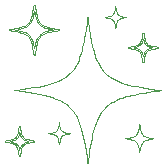
<source format=gbr>
%TF.GenerationSoftware,KiCad,Pcbnew,9.0.2*%
%TF.CreationDate,2025-07-18T16:21:06+05:30*%
%TF.ProjectId,xiao-pcb,7869616f-2d70-4636-922e-6b696361645f,rev?*%
%TF.SameCoordinates,Original*%
%TF.FileFunction,Legend,Bot*%
%TF.FilePolarity,Positive*%
%FSLAX46Y46*%
G04 Gerber Fmt 4.6, Leading zero omitted, Abs format (unit mm)*
G04 Created by KiCad (PCBNEW 9.0.2) date 2025-07-18 16:21:06*
%MOMM*%
%LPD*%
G01*
G04 APERTURE LIST*
%ADD10C,0.100000*%
G04 APERTURE END LIST*
D10*
X60096546Y-94971107D02*
X60222117Y-94950512D01*
X63298966Y-92758641D02*
X63418794Y-92643025D01*
X66126210Y-94643082D02*
X66088421Y-94775813D01*
X67819696Y-91316126D02*
X68016828Y-91287426D01*
X58855291Y-95003499D02*
X58939780Y-95026650D01*
X59425890Y-86194431D02*
X59436967Y-86174884D01*
X56022893Y-96251899D02*
X55983830Y-96121370D01*
X66467922Y-86436879D02*
X66458092Y-86464038D01*
X59354411Y-95576781D02*
X59382154Y-95741828D01*
X55996618Y-94386474D02*
X55985179Y-94432025D01*
X66595764Y-86558230D02*
X66578984Y-86460134D01*
X57478215Y-87544205D02*
X57511288Y-87392372D01*
X63808064Y-85222611D02*
X63853784Y-85245475D01*
X58647043Y-85973780D02*
X58514571Y-85944180D01*
X59680686Y-95112852D02*
X59739088Y-95077971D01*
X66512825Y-86918986D02*
X66520338Y-86908885D01*
X66461381Y-95017186D02*
X66432329Y-94976603D01*
X63636083Y-85164925D02*
X63756852Y-85201739D01*
X59436967Y-86134779D02*
X59425890Y-86115228D01*
X59763570Y-94800348D02*
X59720355Y-94777380D01*
X56938823Y-86916173D02*
X56983177Y-87009435D01*
X65605179Y-87553098D02*
X65361841Y-87589590D01*
X66693647Y-95195663D02*
X66645862Y-95172017D01*
X67435241Y-87764546D02*
X67586721Y-87741212D01*
X65715146Y-87785087D02*
X65830626Y-87811067D01*
X67101241Y-87841486D02*
X67194923Y-87813866D01*
X60653652Y-89454515D02*
X60558005Y-89580437D01*
X66647006Y-88041230D02*
X66609568Y-88120034D01*
X66885855Y-87520476D02*
X66936719Y-87548488D01*
X64295992Y-84702474D02*
X64258796Y-84596342D01*
X57399977Y-84995202D02*
X57434186Y-85124252D01*
X66729629Y-95508890D02*
X66849713Y-95468466D01*
X66339653Y-95939634D02*
X66367299Y-95865186D01*
X61443602Y-87410464D02*
X61387043Y-87657492D01*
X55526180Y-95666578D02*
X55394552Y-95627482D01*
X63364811Y-89877470D02*
X63248748Y-89762365D01*
X66264213Y-94472163D02*
X66233533Y-94282063D01*
X59079043Y-90584799D02*
X58836733Y-90669201D01*
X56897933Y-86634195D02*
X56844177Y-86579018D01*
X65289339Y-87612297D02*
X65271715Y-87632671D01*
X56336850Y-95979832D02*
X56381172Y-95929830D01*
X55763861Y-86143499D02*
X56099894Y-86073827D01*
X66895648Y-95262523D02*
X66751479Y-95218700D01*
X66189232Y-87986292D02*
X66233074Y-88036168D01*
X56920030Y-85424652D02*
X56877123Y-85494302D01*
X57688248Y-86669915D02*
X57619119Y-86764273D01*
X66683118Y-87336084D02*
X66712809Y-87372459D01*
X55849579Y-95873319D02*
X55814512Y-95835195D01*
X66492811Y-95054052D02*
X66461381Y-95017186D01*
X56721577Y-86480182D02*
X56651961Y-86436070D01*
X56245953Y-95883011D02*
X56208090Y-95936640D01*
X57283459Y-84029458D02*
X57261879Y-84042382D01*
X56998434Y-85261157D02*
X56959460Y-85349056D01*
X56627595Y-85888298D02*
X56706288Y-85840668D01*
X56582015Y-85766807D02*
X56501193Y-85808849D01*
X63590795Y-85034514D02*
X63445105Y-85061816D01*
X61266783Y-88109900D02*
X61202579Y-88316511D01*
X55795456Y-86006163D02*
X55456604Y-86060228D01*
X58627988Y-94908245D02*
X58486626Y-94933845D01*
X66526696Y-86912048D02*
X66529375Y-86929734D01*
X64227298Y-84455464D02*
X64178805Y-84170070D01*
X65964356Y-95017616D02*
X65931470Y-95055859D01*
X56706288Y-85840668D02*
X56796277Y-85774314D01*
X61825206Y-97478860D02*
X61840354Y-97389801D01*
X56296218Y-95159301D02*
X56272910Y-95113949D01*
X65756274Y-95534933D02*
X65834421Y-95579823D01*
X64799018Y-85146312D02*
X64905276Y-85125870D01*
X66215393Y-96552020D02*
X66219447Y-96531164D01*
X57629603Y-85562319D02*
X57698130Y-85652543D01*
X56785520Y-86527756D02*
X56721577Y-86480182D01*
X56643651Y-86581353D02*
X56714076Y-86633832D01*
X55991536Y-96797065D02*
X56001569Y-96823235D01*
X65067414Y-85100309D02*
X65082572Y-85095969D01*
X56098323Y-96835868D02*
X56105281Y-96818691D01*
X66380649Y-94882756D02*
X66336350Y-94769444D01*
X65532369Y-91701868D02*
X65752722Y-91652822D01*
X56785439Y-91116419D02*
X56320456Y-91185771D01*
X65279564Y-87699984D02*
X65293219Y-87708924D01*
X67406910Y-91372093D02*
X67819696Y-91316126D01*
X64223929Y-90442535D02*
X64059547Y-90361791D01*
X57340579Y-84721144D02*
X57367559Y-84855935D01*
X57307422Y-87728865D02*
X57299291Y-87698487D01*
X59478265Y-92151300D02*
X59593901Y-92209449D01*
X64176251Y-86036940D02*
X64197237Y-85898750D01*
X57299291Y-87698487D02*
X57276144Y-87588524D01*
X61381750Y-94885982D02*
X61455381Y-95208706D01*
X57033664Y-86825469D02*
X56992291Y-86757194D01*
X59264245Y-95280764D02*
X59285695Y-95328320D01*
X63857586Y-84939802D02*
X63814059Y-84962702D01*
X57306062Y-88282571D02*
X57331767Y-88278526D01*
X67383398Y-87544527D02*
X67210300Y-87507454D01*
X66849713Y-95468466D02*
X66996212Y-95432197D01*
X58836733Y-90669201D02*
X58572623Y-90749409D01*
X56114302Y-96780260D02*
X56136208Y-96650976D01*
X66703334Y-87080642D02*
X66664034Y-86940905D01*
X66489971Y-88907481D02*
X66504241Y-88911522D01*
X56321490Y-95200119D02*
X56296218Y-95159301D01*
X56093531Y-86231468D02*
X55844506Y-86180730D01*
X58889366Y-94855796D02*
X58811214Y-94874824D01*
X55701729Y-86155273D02*
X55763861Y-86143499D01*
X64125056Y-85717092D02*
X64147927Y-85836613D01*
X57158020Y-87657512D02*
X57215042Y-88018631D01*
X61803916Y-97362372D02*
X61816587Y-97447457D01*
X60703318Y-93185311D02*
X60763654Y-93278565D01*
X57779953Y-86758244D02*
X57841270Y-86689407D01*
X55243378Y-86087630D02*
X55220611Y-86093889D01*
X56390500Y-86452746D02*
X56482344Y-86491724D01*
X57293268Y-95639059D02*
X57304514Y-95619677D01*
X56544403Y-85930990D02*
X56627595Y-85888298D01*
X66064191Y-95878754D02*
X66093942Y-95962539D01*
X64937064Y-91859706D02*
X65125021Y-91805132D01*
X59454613Y-95551846D02*
X59493040Y-95403922D01*
X61524973Y-95554463D02*
X61592261Y-95937841D01*
X65125021Y-91805132D02*
X65323296Y-91752579D01*
X66490848Y-87011123D02*
X66506678Y-86941087D01*
X66689873Y-87972362D02*
X66647006Y-88041230D01*
X55688503Y-95739451D02*
X55638754Y-95712941D01*
X57450610Y-87127730D02*
X57405983Y-87279100D01*
X55983830Y-96121370D02*
X55937375Y-96009697D01*
X56021343Y-94949974D02*
X56045544Y-94862604D01*
X55744291Y-95949562D02*
X55780486Y-95996528D01*
X55554544Y-95385131D02*
X55477054Y-95414946D01*
X56453375Y-85969817D02*
X56544403Y-85930990D01*
X62619918Y-88782011D02*
X62559895Y-88636424D01*
X61130683Y-94045707D02*
X61219996Y-94305513D01*
X57158418Y-84651332D02*
X57129481Y-84802593D01*
X66458092Y-86464038D02*
X66435191Y-86602862D01*
X59076945Y-94782787D02*
X59021651Y-94810333D01*
X66589926Y-95580938D02*
X66631798Y-95555125D01*
X66363602Y-87320341D02*
X66403291Y-87249259D01*
X60301785Y-94928621D02*
X60128353Y-94899957D01*
X64422592Y-85301742D02*
X64456242Y-85274506D01*
X66996212Y-95432197D02*
X67173289Y-95398427D01*
X55968807Y-96661092D02*
X55991536Y-96797065D01*
X60821866Y-93375646D02*
X60932213Y-93581804D01*
X56777631Y-85617301D02*
X56719421Y-85671417D01*
X66739018Y-87912240D02*
X66689873Y-87972362D01*
X62235883Y-87547580D02*
X62139018Y-87091214D01*
X59399657Y-93995947D02*
X59397987Y-94014895D01*
X56330545Y-95796685D02*
X56286806Y-95836293D01*
X64135179Y-92169066D02*
X64278775Y-92101738D01*
X57572626Y-85139955D02*
X57539056Y-85026541D01*
X56959460Y-85349056D02*
X56920030Y-85424652D01*
X56778325Y-86692639D02*
X56836878Y-86758689D01*
X66484754Y-88286389D02*
X66459356Y-88205202D01*
X66031660Y-95806252D02*
X66064191Y-95878754D01*
X66561549Y-88896577D02*
X66570365Y-88881454D01*
X66486242Y-95671646D02*
X66517669Y-95638992D01*
X61868727Y-97185285D02*
X61927102Y-96758309D01*
X63894481Y-85270589D02*
X63930622Y-85298213D01*
X57338416Y-84032044D02*
X57311420Y-84026127D01*
X56727136Y-95754438D02*
X56838706Y-95728955D01*
X66664034Y-86940905D02*
X66628370Y-86767574D01*
X60932213Y-93581804D02*
X61034954Y-93804815D01*
X64402107Y-84865299D02*
X64370674Y-84830159D01*
X60830769Y-89178263D02*
X60744490Y-89320663D01*
X55811233Y-95366956D02*
X55847131Y-95328565D01*
X61869605Y-85388706D02*
X61826425Y-85090122D01*
X64317992Y-84748992D02*
X64295992Y-84702474D01*
X66628370Y-86767574D02*
X66595764Y-86558230D01*
X64117883Y-84505592D02*
X64096592Y-84595696D01*
X55220611Y-86093889D02*
X55198934Y-86109804D01*
X57388698Y-88098729D02*
X57447104Y-87711879D01*
X66212727Y-94146176D02*
X66190908Y-94289581D01*
X65705805Y-95205483D02*
X65645428Y-95228596D01*
X67054696Y-87596822D02*
X67201417Y-87638434D01*
X54801108Y-95582990D02*
X54800000Y-95600000D01*
X66107243Y-87773362D02*
X66036787Y-87742069D01*
X55152794Y-95491078D02*
X55007366Y-95514293D01*
X65580276Y-87760562D02*
X65715146Y-87785087D01*
X60575975Y-93009767D02*
X60640783Y-93095754D01*
X65341072Y-87723323D02*
X65423955Y-87736821D01*
X59890950Y-95018825D02*
X59986507Y-94993742D01*
X61303487Y-94585261D02*
X61381750Y-94885982D01*
X66559483Y-86421581D02*
X66540386Y-86407095D01*
X61986144Y-96359295D02*
X62046233Y-95986940D01*
X55630928Y-95490271D02*
X55681971Y-95463530D01*
X66795068Y-87454110D02*
X66838992Y-87489193D01*
X56208090Y-95936640D02*
X56173318Y-95996983D01*
X65962471Y-87714701D02*
X65884692Y-87691390D01*
X56348904Y-95236786D02*
X56321490Y-95200119D01*
X64391863Y-85332280D02*
X64422592Y-85301742D01*
X66215608Y-87305685D02*
X66318045Y-87383264D01*
X66645862Y-95172017D02*
X66563515Y-95118168D01*
X57546842Y-87255383D02*
X57585395Y-87132242D01*
X56311255Y-85883547D02*
X56200513Y-85916972D01*
X63487731Y-85132956D02*
X63636083Y-85164925D01*
X56632976Y-95415736D02*
X56524407Y-95371282D01*
X62450062Y-94239573D02*
X62528135Y-94017297D01*
X66158325Y-87799568D02*
X66107243Y-87773362D01*
X66751479Y-95218700D02*
X66693647Y-95195663D01*
X56160737Y-95176768D02*
X56189926Y-95232226D01*
X55871258Y-95012136D02*
X55840413Y-95094643D01*
X66726269Y-91094056D02*
X66316463Y-91024968D01*
X66658760Y-87298467D02*
X66683118Y-87336084D01*
X55207305Y-86205800D02*
X55241656Y-86215823D01*
X59401948Y-95876147D02*
X59422727Y-95733226D01*
X56110777Y-94387696D02*
X56099455Y-94365126D01*
X57514249Y-85350765D02*
X57568457Y-85461900D01*
X64078016Y-85531224D02*
X64100406Y-85608839D01*
X55489731Y-95789080D02*
X55551949Y-95813454D01*
X58257432Y-86305878D02*
X58167746Y-86337844D01*
X59397987Y-94014895D02*
X59370433Y-94198586D01*
X56947176Y-86693511D02*
X56897933Y-86634195D01*
X55814883Y-91254693D02*
X55682415Y-91273981D01*
X57261879Y-84042382D02*
X57253662Y-84063150D01*
X57279639Y-95649860D02*
X57293268Y-95639059D01*
X55881583Y-95914949D02*
X55849579Y-95873319D01*
X68016828Y-91287426D02*
X67994600Y-91281738D01*
X54832342Y-95548800D02*
X54815451Y-95558145D01*
X66210832Y-96547378D02*
X66213301Y-96553340D01*
X59079670Y-95085391D02*
X59118383Y-95109342D01*
X67050970Y-87722695D02*
X66990365Y-87745818D01*
X63488016Y-89986091D02*
X63364811Y-89877470D01*
X54805851Y-95627325D02*
X54823978Y-95647740D01*
X66459356Y-88205202D02*
X66429232Y-88125444D01*
X66518533Y-88413290D02*
X66512024Y-88400030D01*
X64256613Y-85605084D02*
X64293793Y-85494680D01*
X65423955Y-87736821D02*
X65580276Y-87760562D01*
X59185488Y-95166317D02*
X59214401Y-95200182D01*
X66724528Y-87138669D02*
X66703334Y-87080642D01*
X65265936Y-87659474D02*
X65267068Y-87675820D01*
X59227940Y-92040597D02*
X59356390Y-92095046D01*
X63991111Y-85362031D02*
X64016394Y-85398745D01*
X66367299Y-95865186D02*
X66397311Y-95801010D01*
X62304668Y-94738008D02*
X62375700Y-94479375D01*
X58799787Y-91887173D02*
X58949974Y-91936751D01*
X57125257Y-95680538D02*
X57252959Y-95658925D01*
X65748901Y-87660916D02*
X65861428Y-87631893D01*
X55841749Y-96110585D02*
X55867714Y-96178992D01*
X56113466Y-96137023D02*
X56088591Y-96216324D01*
X64758943Y-91916476D02*
X64937064Y-91859706D01*
X60744490Y-89320663D02*
X60653652Y-89454515D01*
X55910767Y-95960328D02*
X55881583Y-95914949D01*
X59268143Y-94574727D02*
X59239338Y-94627566D01*
X56078591Y-96849555D02*
X56098323Y-96835868D01*
X56051974Y-94851905D02*
X56056379Y-94858621D01*
X55176344Y-86153436D02*
X55180952Y-86174530D01*
X65361841Y-87589590D02*
X65319237Y-87598041D01*
X66318340Y-87938032D02*
X66278157Y-87896194D01*
X63270287Y-85094810D02*
X63274080Y-85097750D01*
X56727136Y-95754438D02*
X56748923Y-95616703D01*
X62139018Y-87091214D02*
X62046266Y-86581812D01*
X64017788Y-84783967D02*
X63992319Y-84821424D01*
X57601765Y-90974846D02*
X57211865Y-91046242D01*
X58872576Y-86162173D02*
X58596531Y-86216790D01*
X66435603Y-88717555D02*
X66452711Y-88823548D01*
X64225009Y-85738811D02*
X64256613Y-85605084D01*
X63999010Y-92239477D02*
X64135179Y-92169066D01*
X64456242Y-85274506D02*
X64493031Y-85250211D01*
X66540386Y-86407095D02*
X66521303Y-86402239D01*
X59863825Y-94839930D02*
X59763570Y-94800348D01*
X63747028Y-92390252D02*
X63869787Y-92313146D01*
X62046233Y-95986940D02*
X62107749Y-95639938D01*
X67595108Y-87578703D02*
X67383398Y-87544527D01*
X57183765Y-87191580D02*
X57131865Y-87037746D01*
X66011650Y-87870079D02*
X66081312Y-87904453D01*
X64016394Y-85398745D02*
X64038994Y-85439008D01*
X65550190Y-95460465D02*
X65662592Y-95495530D01*
X57447104Y-87711879D02*
X57478215Y-87544205D01*
X63139462Y-89640473D02*
X63036591Y-89511492D01*
X64164979Y-85948033D02*
X64176251Y-86036940D01*
X67305449Y-87788492D02*
X67435241Y-87764546D01*
X59512464Y-90399657D02*
X59303902Y-90495169D01*
X65928774Y-87839174D02*
X66011650Y-87870079D01*
X55909518Y-95241136D02*
X55936469Y-95191649D01*
X59239338Y-94627566D02*
X59206396Y-94674237D01*
X67586721Y-87741212D02*
X67717940Y-87719416D01*
X58167746Y-86337844D02*
X58086451Y-86371517D01*
X66480818Y-86421411D02*
X66467922Y-86436879D01*
X58397189Y-85913161D02*
X58292384Y-85880112D01*
X66197629Y-87824314D02*
X66158325Y-87799568D01*
X56654487Y-85721125D02*
X56582015Y-85766807D01*
X57215042Y-84291037D02*
X57158418Y-84651332D01*
X57257134Y-95540671D02*
X57152148Y-95522778D01*
X66348583Y-87974433D02*
X66318340Y-87938032D01*
X66213301Y-96553340D02*
X66215393Y-96552020D01*
X57841204Y-85619923D02*
X57786657Y-85559943D01*
X66435608Y-87175781D02*
X66465976Y-87092878D01*
X61387043Y-87657492D02*
X61328187Y-87890433D01*
X66396920Y-88054473D02*
X66373304Y-88011284D01*
X56136208Y-96650976D02*
X56159802Y-96501045D01*
X66992645Y-87573760D02*
X67054696Y-87596822D01*
X65271229Y-87689136D02*
X65279564Y-87699984D01*
X65415882Y-95428585D02*
X65550190Y-95460465D01*
X56078175Y-85948294D02*
X55943426Y-85977896D01*
X59593901Y-92209449D02*
X59786507Y-92317874D01*
X59092580Y-91987862D02*
X59227940Y-92040597D01*
X64370674Y-84830159D02*
X64342761Y-84791472D01*
X60215232Y-92628862D02*
X60292522Y-92698935D01*
X55456604Y-86060228D02*
X55243378Y-86087630D01*
X66093942Y-95962539D02*
X66121265Y-96058711D01*
X58797115Y-86002570D02*
X58647043Y-85973780D01*
X64397640Y-90518611D02*
X64223929Y-90442535D01*
X66082419Y-87413860D02*
X66027575Y-87441524D01*
X56651961Y-86436070D02*
X56576288Y-86395196D01*
X67774181Y-87660017D02*
X67770220Y-87639461D01*
X57619119Y-86764273D02*
X57556753Y-86871343D01*
X55007366Y-95514293D02*
X54894707Y-95532483D01*
X57061056Y-87229570D02*
X57095543Y-87358271D01*
X57786657Y-85559943D02*
X57736500Y-85492985D01*
X58012368Y-86407517D02*
X57944318Y-86446468D01*
X56381172Y-95929830D02*
X56430879Y-95885417D01*
X60051928Y-90071281D02*
X59885322Y-90188368D01*
X65645428Y-95228596D02*
X65506005Y-95269732D01*
X66570365Y-88881454D02*
X66585088Y-88827969D01*
X67759212Y-87699724D02*
X67770514Y-87680426D01*
X66435191Y-86602862D02*
X66399545Y-86823206D01*
X56035517Y-96851033D02*
X56057150Y-96854628D01*
X57690377Y-85418279D02*
X57647929Y-85335052D01*
X65082572Y-85095969D02*
X65084968Y-85092748D01*
X59370447Y-86093203D02*
X59160111Y-86060157D01*
X66405477Y-94931921D02*
X66380649Y-94882756D01*
X66512024Y-88400030D02*
X66502888Y-88361650D01*
X58959319Y-94834484D02*
X58889366Y-94855796D01*
X55840413Y-95094643D02*
X55805995Y-95164120D01*
X57944318Y-86446468D02*
X57881120Y-86488992D01*
X66517669Y-95638992D02*
X66552057Y-95608825D01*
X56272910Y-95113949D02*
X56231463Y-95008111D01*
X66432329Y-94976603D02*
X66405477Y-94931921D01*
X59517861Y-94536396D02*
X59482817Y-94435038D01*
X58774009Y-86128983D02*
X58892476Y-86152238D01*
X64774503Y-90657973D02*
X64581043Y-90590323D01*
X61927102Y-96758309D02*
X61986144Y-96359295D01*
X57374253Y-84120504D02*
X57357103Y-84046862D01*
X59315665Y-94448324D02*
X59293392Y-94515165D01*
X56937283Y-95489176D02*
X56767414Y-95454265D01*
X63992319Y-84821424D02*
X63963890Y-84855502D01*
X66336350Y-94769444D02*
X66298011Y-94633602D01*
X64363837Y-85366482D02*
X64391863Y-85332280D01*
X55125894Y-95703795D02*
X55345197Y-95747312D01*
X67072195Y-87466580D02*
X67015132Y-87444434D01*
X66521974Y-88912124D02*
X66537962Y-88910523D01*
X62107749Y-95639938D02*
X62171073Y-95316985D01*
X66520338Y-86908885D02*
X66526696Y-86912048D01*
X67194923Y-87813866D02*
X67305449Y-87788492D01*
X65611438Y-90885095D02*
X65307437Y-90812567D01*
X55983032Y-95080006D02*
X56021343Y-94949974D01*
X56310038Y-86423645D02*
X56390500Y-86452746D01*
X60508819Y-92927220D02*
X60575975Y-93009767D01*
X56378641Y-95269687D02*
X56348904Y-95236786D01*
X64590175Y-91975620D02*
X64758943Y-91916476D01*
X57360811Y-88251505D02*
X57369189Y-88221360D01*
X66846534Y-87990746D02*
X66897051Y-87945981D01*
X67201417Y-87679868D02*
X67050970Y-87722695D01*
X57019095Y-85508703D02*
X57079095Y-85395550D01*
X58280112Y-90826824D02*
X57957170Y-90901838D01*
X59125780Y-94751292D02*
X59076945Y-94782787D01*
X64038994Y-85439008D02*
X64078016Y-85531224D01*
X66647064Y-88451556D02*
X66672352Y-88340110D01*
X57585395Y-87132242D02*
X57627464Y-87021953D01*
X61804140Y-85202129D02*
X61750020Y-85605655D01*
X67770514Y-87680426D02*
X67774181Y-87660017D01*
X66634545Y-87252503D02*
X66658760Y-87298467D01*
X57129481Y-84802593D02*
X57099492Y-84937230D01*
X56566567Y-86534288D02*
X56643651Y-86581353D01*
X58054897Y-85921922D02*
X58199275Y-85981854D01*
X66954727Y-87906727D02*
X67021984Y-87872168D01*
X54823978Y-95647740D02*
X54855241Y-95661848D01*
X56110806Y-95053008D02*
X56134290Y-95116902D01*
X65895072Y-95091043D02*
X65854735Y-95123381D01*
X57180287Y-85127948D02*
X57222345Y-84972040D01*
X66753022Y-87414698D02*
X66795068Y-87454110D01*
X66313875Y-96026217D02*
X66339653Y-95939634D01*
X56494170Y-86357332D02*
X56405221Y-86322253D01*
X57308760Y-84568815D02*
X57340579Y-84721144D01*
X60912741Y-89026701D02*
X60830769Y-89178263D01*
X65029923Y-90737150D02*
X64774503Y-90657973D01*
X57252959Y-95658925D02*
X57279639Y-95649860D01*
X56088591Y-96216324D02*
X56067221Y-96301550D01*
X55973341Y-94507591D02*
X55949572Y-94664326D01*
X58895472Y-86157405D02*
X58872576Y-86162173D01*
X57023761Y-87113596D02*
X57061056Y-87229570D01*
X56449528Y-95477357D02*
X56519626Y-95511688D01*
X58498791Y-94938591D02*
X58534081Y-94943962D01*
X56015205Y-96838717D02*
X56035517Y-96851033D01*
X57736500Y-85492985D02*
X57690377Y-85418279D01*
X62445448Y-88316387D02*
X62390804Y-88140989D01*
X55879816Y-95286700D02*
X55909518Y-95241136D01*
X66310946Y-87146126D02*
X66282645Y-87206102D01*
X55776139Y-95800337D02*
X55734217Y-95768503D01*
X62236586Y-95016776D02*
X62304668Y-94738008D01*
X59586325Y-94659104D02*
X59560969Y-94621813D01*
X56255660Y-95328396D02*
X56291769Y-95368347D01*
X59285695Y-95328320D02*
X59322951Y-95440064D01*
X66795288Y-87859675D02*
X66739018Y-87912240D01*
X56264718Y-96100210D02*
X56298350Y-96035690D01*
X57079095Y-85395550D02*
X57132681Y-85268876D01*
X63904129Y-90276078D02*
X63757311Y-90185092D01*
X64992639Y-95358925D02*
X65068804Y-95369777D01*
X66251011Y-87259072D02*
X66215608Y-87305685D01*
X64533177Y-85228495D02*
X64624414Y-85191359D01*
X63248748Y-89762365D02*
X63139462Y-89640473D01*
X55747754Y-86294091D02*
X56010111Y-86343896D01*
X67745087Y-87608533D02*
X67719431Y-87599499D01*
X58197646Y-85844424D02*
X58110462Y-85805489D01*
X55936469Y-95191649D02*
X55960897Y-95138014D01*
X60222117Y-94950512D02*
X60304394Y-94936334D01*
X57331493Y-87633327D02*
X57311700Y-87736373D01*
X64430280Y-92037315D02*
X64590175Y-91975620D01*
X61613899Y-86502821D02*
X61550834Y-86871679D01*
X61202579Y-88316511D02*
X61135324Y-88510881D01*
X66521303Y-86402239D02*
X66501644Y-86407011D01*
X67015132Y-87444434D02*
X66965459Y-87420997D01*
X56329747Y-95402366D02*
X56382890Y-95439142D01*
X66282645Y-87206102D02*
X66251011Y-87259072D01*
X56820607Y-95600672D02*
X56748923Y-95616703D01*
X60128353Y-94899957D02*
X59984590Y-94872535D01*
X59153569Y-95136177D02*
X59185488Y-95166317D01*
X57881120Y-86488992D02*
X57821596Y-86535710D01*
X57211865Y-91046242D02*
X56785439Y-91116419D01*
X58939780Y-95026650D02*
X59037172Y-95063905D01*
X57129481Y-84802593D02*
X57273095Y-84735273D01*
X65068804Y-95369777D02*
X65256482Y-95398739D01*
X62286131Y-87757060D02*
X62235883Y-87547580D01*
X58328712Y-86416062D02*
X58415831Y-86390049D01*
X56511313Y-95692057D02*
X56412721Y-95741186D01*
X66412046Y-88567386D02*
X66435603Y-88717555D01*
X56067221Y-96301550D02*
X56052535Y-96367625D01*
X56001569Y-96823235D02*
X56015205Y-96838717D01*
X57821596Y-86535710D02*
X57764566Y-86587244D01*
X66081312Y-87904453D02*
X66139820Y-87942967D01*
X57243336Y-88199316D02*
X57253662Y-88246519D01*
X60351274Y-89810949D02*
X60206861Y-89945693D01*
X58949974Y-91936751D02*
X59092580Y-91987862D01*
X63095805Y-92978651D02*
X63183350Y-92878469D01*
X57764566Y-86587244D02*
X57688248Y-86669915D01*
X66599993Y-88734239D02*
X66623196Y-88582174D01*
X66021308Y-94931090D02*
X65994160Y-94976098D01*
X65900221Y-95631352D02*
X65956858Y-95690672D01*
X66985276Y-91434126D02*
X67406910Y-91372093D01*
X58486626Y-94933845D02*
X58498791Y-94938591D01*
X61550834Y-86871679D02*
X61498115Y-87148731D01*
X56090501Y-94985467D02*
X56110806Y-95053008D01*
X55758781Y-91306565D02*
X56269254Y-91376762D01*
X55912552Y-96341847D02*
X55932322Y-96437609D01*
X67745378Y-87710376D02*
X67759212Y-87699724D01*
X56057150Y-96854628D02*
X56078591Y-96849555D01*
X59382154Y-95741828D02*
X59401948Y-95876147D01*
X65752722Y-91652822D02*
X66229196Y-91559020D01*
X64258796Y-84596342D02*
X64227298Y-84455464D01*
X55932322Y-96437609D02*
X55968807Y-96661092D01*
X60367166Y-92771933D02*
X60439241Y-92847985D01*
X56052687Y-94340871D02*
X56031764Y-94348837D01*
X57127704Y-87500614D02*
X57158020Y-87657512D01*
X55767284Y-95222777D02*
X55723557Y-95272823D01*
X66271529Y-88092988D02*
X66305428Y-88159212D01*
X55847131Y-95328565D02*
X55879816Y-95286700D01*
X67717940Y-87719416D02*
X67745378Y-87710376D01*
X57466538Y-85228393D02*
X57514249Y-85350765D01*
X57720679Y-91616818D02*
X58116520Y-91702377D01*
X67994600Y-91281738D02*
X67924141Y-91269938D01*
X59303902Y-90495169D02*
X59079043Y-90584799D01*
X56045544Y-94862604D02*
X56051974Y-94851905D01*
X63962676Y-85328607D02*
X63991111Y-85362031D01*
X56221640Y-95282896D02*
X56255660Y-95328396D01*
X63853784Y-85245475D02*
X63894481Y-85270589D01*
X57957170Y-90901838D02*
X57601765Y-90974846D01*
X64905276Y-85125870D02*
X65008804Y-85110068D01*
X62681952Y-88918612D02*
X62619918Y-88782011D01*
X67401336Y-95356880D02*
X67286543Y-95338191D01*
X57568457Y-85461900D02*
X57629603Y-85562319D01*
X66289465Y-96126799D02*
X66313875Y-96026217D01*
X55960897Y-95138014D02*
X55983032Y-95080006D01*
X66397311Y-95801010D02*
X66430191Y-95745242D01*
X57539056Y-85026541D02*
X57507728Y-84901523D01*
X64624414Y-85191359D02*
X64701555Y-85168954D01*
X66160180Y-94481799D02*
X66126210Y-94643082D01*
X59885322Y-90188368D02*
X59705885Y-90297608D01*
X56010111Y-86343896D02*
X56220727Y-86395999D01*
X59214401Y-95200182D02*
X59240567Y-95238191D01*
X67770220Y-87639461D02*
X67758639Y-87619725D01*
X56952247Y-85609061D02*
X57019095Y-85508703D01*
X59451319Y-94294160D02*
X59402826Y-94008766D01*
X66563515Y-95118168D02*
X66526796Y-95087585D01*
X67405973Y-95361444D02*
X67407296Y-95359351D01*
X66570392Y-86436498D02*
X66559483Y-86421581D01*
X58572623Y-90749409D02*
X58280112Y-90826824D01*
X59808826Y-95046765D02*
X59890950Y-95018825D01*
X57280813Y-88278837D02*
X57306062Y-88282571D01*
X64293793Y-85494680D02*
X64315020Y-85447321D01*
X66547583Y-88312206D02*
X66518533Y-88413290D01*
X61826425Y-85090122D02*
X61822732Y-85093257D01*
X64061153Y-84697987D02*
X64040624Y-84742899D01*
X66452711Y-88823548D02*
X66468859Y-88882406D01*
X66537962Y-88910523D02*
X66550951Y-88905804D01*
X60439241Y-92847985D02*
X60508819Y-92927220D01*
X56411211Y-85847634D02*
X56311255Y-85883547D01*
X66838992Y-87489193D02*
X66885855Y-87520476D01*
X65293219Y-87708924D02*
X65341072Y-87723323D01*
X57230739Y-87371395D02*
X57183765Y-87191580D01*
X55943426Y-85977896D02*
X55795456Y-86006163D01*
X58199275Y-85981854D02*
X58368069Y-86036575D01*
X66672352Y-88340110D02*
X66699816Y-88245557D01*
X57034446Y-85164537D02*
X56998434Y-85261157D01*
X65506005Y-95269732D02*
X65338833Y-95305516D01*
X66859533Y-87813477D02*
X66795288Y-87859675D01*
X67210300Y-87507454D02*
X67072195Y-87466580D01*
X66192162Y-96432598D02*
X66210832Y-96547378D01*
X64096592Y-84595696D02*
X64061153Y-84697987D01*
X59720355Y-94777380D02*
X59681335Y-94751996D01*
X58086451Y-86371517D02*
X58012368Y-86407517D01*
X59021651Y-94810333D02*
X58959319Y-94834484D01*
X66388079Y-88438929D02*
X66412046Y-88567386D01*
X59160111Y-86060157D02*
X58797115Y-86002570D01*
X66506678Y-86941087D02*
X66512825Y-86918986D01*
X62848631Y-89231048D02*
X62762813Y-89078980D01*
X66205041Y-87487666D02*
X66265549Y-87438787D01*
X56430879Y-95885417D02*
X56487699Y-95846553D01*
X65760530Y-95180386D02*
X65705805Y-95205483D01*
X57215042Y-88018631D02*
X57243336Y-88199316D01*
X62885143Y-93277371D02*
X62987477Y-93123161D01*
X56482344Y-86491724D02*
X56566567Y-86534288D01*
X54815451Y-95558145D02*
X54805649Y-95569290D01*
X59436967Y-86174884D02*
X59441571Y-86154834D01*
X60304394Y-94936334D02*
X60312264Y-94932064D01*
X67075094Y-95302637D02*
X66895648Y-95262523D01*
X61592261Y-95937841D02*
X61669266Y-96419352D01*
X59441571Y-86154834D02*
X59436967Y-86134779D01*
X55937375Y-96009697D02*
X55910767Y-95960328D01*
X64625212Y-84996363D02*
X64570548Y-84975284D01*
X66234469Y-87854292D02*
X66197629Y-87824314D01*
X60206861Y-89945693D02*
X60051928Y-90071281D01*
X65956858Y-95690672D02*
X65995999Y-95743926D01*
X61822732Y-85093257D02*
X61817409Y-85114872D01*
X59375866Y-86215553D02*
X59410488Y-86205513D01*
X63274080Y-85097750D02*
X63308053Y-85103751D01*
X66027575Y-87441524D02*
X65966781Y-87466072D01*
X60292522Y-92698935D02*
X60367166Y-92771933D01*
X66529375Y-86929734D02*
X66540411Y-86986047D01*
X66601922Y-87174820D02*
X66634545Y-87252503D01*
X55192025Y-86194610D02*
X55207305Y-86205800D01*
X66965459Y-87420997D02*
X66902295Y-87379421D01*
X65803847Y-87672269D02*
X65748901Y-87660916D01*
X66233074Y-88036168D02*
X66271529Y-88092988D01*
X57724225Y-86835950D02*
X57779953Y-86758244D01*
X66540411Y-86986047D02*
X66567568Y-87076871D01*
X54805649Y-95569290D02*
X54801108Y-95582990D01*
X61455381Y-95208706D02*
X61524973Y-95554463D01*
X65899600Y-87488150D02*
X65825595Y-87508407D01*
X66278157Y-87896194D02*
X66234469Y-87854292D01*
X60135223Y-92561586D02*
X60215232Y-92628862D01*
X55420963Y-95767251D02*
X55489731Y-95789080D01*
X65084968Y-85092748D02*
X64992639Y-85075517D01*
X66335600Y-88237303D02*
X66362873Y-88329722D01*
X66712809Y-87372459D02*
X66753022Y-87414698D01*
X65338833Y-95305516D02*
X65140488Y-95337671D01*
X59966750Y-92434909D02*
X60135223Y-92561586D01*
X57511288Y-87392372D02*
X57546842Y-87255383D01*
X66229196Y-91559020D02*
X66583227Y-91497883D01*
X55198934Y-86109804D02*
X55182720Y-86131084D01*
X59168737Y-94715294D02*
X59125780Y-94751292D01*
X66730211Y-88165621D02*
X66764292Y-88098025D01*
X66802815Y-88040492D02*
X66846534Y-87990746D01*
X67286543Y-95338191D02*
X67075094Y-95302637D01*
X62559895Y-88636424D02*
X62501775Y-88481374D01*
X56320456Y-91185771D02*
X55814883Y-91254693D01*
X55422759Y-86244234D02*
X55747754Y-86294091D01*
X56796277Y-85774314D02*
X56878119Y-85697355D01*
X66131748Y-87382431D02*
X66082419Y-87413860D01*
X64493031Y-85250211D02*
X64533177Y-85228495D01*
X55703788Y-95908429D02*
X55744291Y-95949562D01*
X64685650Y-85015366D02*
X64625212Y-84996363D01*
X57369189Y-88221360D02*
X57388698Y-88098729D01*
X58116520Y-91702377D02*
X58475328Y-91792254D01*
X56011025Y-94361793D02*
X55996618Y-94386474D01*
X66336350Y-87078496D02*
X66310946Y-87146126D01*
X59425890Y-86115228D02*
X59409518Y-86103934D01*
X61816587Y-97447457D02*
X61825206Y-97478860D01*
X57099492Y-84937230D02*
X57067973Y-85057220D01*
X66576710Y-88209962D02*
X66547583Y-88312206D01*
X57253662Y-84063150D02*
X57243336Y-84110352D01*
X57253662Y-88246519D02*
X57261879Y-88267286D01*
X59240567Y-95238191D02*
X59264245Y-95280764D01*
X57276144Y-87588524D02*
X57230739Y-87371395D01*
X66841809Y-87323754D02*
X66788495Y-87258761D01*
X66430191Y-95745242D02*
X66486242Y-95671646D01*
X56807166Y-91455750D02*
X57285122Y-91534851D01*
X63277352Y-85091282D02*
X63270287Y-85094810D01*
X62762813Y-89078980D02*
X62681952Y-88918612D01*
X56410880Y-95299203D02*
X56378641Y-95269687D01*
X66746848Y-87189205D02*
X66724528Y-87138669D01*
X59565229Y-95237563D02*
X59593695Y-95195270D01*
X63036591Y-89511492D02*
X62939768Y-89375117D01*
X61135324Y-88510881D02*
X61064767Y-88693625D01*
X66504241Y-88911522D02*
X66521974Y-88912124D01*
X55380842Y-95575968D02*
X55515527Y-95536923D01*
X58152785Y-86482830D02*
X58249817Y-86443400D01*
X55812823Y-96049983D02*
X55841749Y-96110585D01*
X63518976Y-92555479D02*
X63630252Y-92470970D01*
X56633198Y-95781945D02*
X56727136Y-95754438D01*
X56134290Y-95116902D02*
X56160737Y-95176768D01*
X60990656Y-88865360D02*
X60912741Y-89026701D01*
X55985179Y-94432025D02*
X55973341Y-94507591D01*
X64278775Y-92101738D02*
X64430280Y-92037315D01*
X56298350Y-96035690D02*
X56336850Y-95979832D01*
X67719431Y-87599499D02*
X67595108Y-87578703D01*
X57308265Y-95599272D02*
X57304520Y-95578898D01*
X66121265Y-96058711D02*
X66146509Y-96168374D01*
X66897051Y-87945981D02*
X66954727Y-87906727D01*
X64338295Y-85404709D02*
X64363837Y-85366482D01*
X57841270Y-86689407D02*
X57908693Y-86628443D01*
X57982742Y-86574356D02*
X58063933Y-86526150D01*
X65994160Y-94976098D02*
X65964356Y-95017616D01*
X61840354Y-97389801D02*
X61868727Y-97185285D01*
X67924141Y-91269938D02*
X67682429Y-91234890D01*
X62390804Y-88140989D02*
X62337735Y-87954705D01*
X55394552Y-95627482D02*
X55285161Y-95599624D01*
X59482817Y-94435038D02*
X59451319Y-94294160D01*
X59681335Y-94751996D02*
X59646197Y-94723972D01*
X66215608Y-87305685D02*
X66175999Y-87346589D01*
X65319237Y-87598041D02*
X65289339Y-87612297D01*
X67201417Y-87638434D02*
X67286543Y-87659035D01*
X56031764Y-94348837D02*
X56011025Y-94361793D01*
X67286543Y-87659035D02*
X67201417Y-87679868D01*
X66219447Y-96531164D02*
X66265923Y-96243242D01*
X57243336Y-84110352D02*
X57215042Y-84291037D01*
X58811214Y-94874824D02*
X58627988Y-94908245D01*
X55814512Y-95835195D02*
X55776139Y-95800337D01*
X59322951Y-95440064D02*
X59354411Y-95576781D01*
X62610299Y-93811244D02*
X62696934Y-93620108D01*
X66932600Y-87772457D02*
X66859533Y-87813477D01*
X58876516Y-86292916D02*
X59195156Y-86244081D01*
X63445105Y-85061816D02*
X63277352Y-85091282D01*
X59646197Y-94723972D02*
X59614630Y-94693082D01*
X57500725Y-86992154D02*
X57450610Y-87127730D01*
X56121015Y-94440374D02*
X56110777Y-94387696D01*
X66362873Y-88329722D02*
X66388079Y-88438929D01*
X55515527Y-95536923D02*
X55630928Y-95490271D01*
X65966781Y-87466072D02*
X65899600Y-87488150D01*
X63930622Y-85298213D02*
X63962676Y-85328607D01*
X56099455Y-94365126D02*
X56081674Y-94353909D01*
X66552057Y-95608825D02*
X66589926Y-95580938D01*
X58620736Y-86340730D02*
X58876516Y-86292916D01*
X64147927Y-85836613D02*
X64164979Y-85948033D01*
X64175636Y-84157251D02*
X64173966Y-84176199D01*
X57331767Y-88278526D02*
X57352067Y-88266740D01*
X66502888Y-88361650D02*
X66484754Y-88286389D01*
X56291769Y-95368347D02*
X56329747Y-95402366D01*
X56748923Y-95616703D02*
X56624116Y-95650246D01*
X60763654Y-93278565D02*
X60821866Y-93375646D01*
X57293277Y-95559606D02*
X57280447Y-95549130D01*
X56719421Y-85671417D02*
X56654487Y-85721125D01*
X57964903Y-85722034D02*
X57900500Y-85673696D01*
X56105281Y-96818691D02*
X56114302Y-96780260D01*
X61328187Y-87890433D02*
X61266783Y-88109900D01*
X65271715Y-87632671D02*
X65265936Y-87659474D01*
X56519626Y-95511688D02*
X56583152Y-95536810D01*
X59593695Y-95195270D02*
X59632571Y-95151815D01*
X55780486Y-95996528D02*
X55812823Y-96049983D01*
X57367559Y-84855935D02*
X57399977Y-84995202D01*
X65946316Y-90955605D02*
X65611438Y-90885095D01*
X56205288Y-86259547D02*
X56093531Y-86231468D01*
X57132681Y-85268876D02*
X57180287Y-85127948D01*
X66318045Y-87383264D02*
X66363602Y-87320341D01*
X64825346Y-85048123D02*
X64685650Y-85015366D01*
X57908693Y-86628443D02*
X57982742Y-86574356D01*
X55723557Y-95272823D02*
X55675772Y-95314752D01*
X55477054Y-95414946D02*
X55385614Y-95442087D01*
X64164006Y-84255532D02*
X64142833Y-84378767D01*
X58063933Y-86526150D02*
X58152785Y-86482830D01*
X55241656Y-86215823D02*
X55422759Y-86244234D01*
X56878119Y-85697355D02*
X56952247Y-85609061D01*
X56726521Y-95576864D02*
X56820607Y-95600672D01*
X61064767Y-88693625D02*
X60990656Y-88865360D01*
X59370433Y-94198586D02*
X59335542Y-94373651D01*
X61219996Y-94305513D02*
X61303487Y-94585261D01*
X64477035Y-84925915D02*
X64437435Y-84897136D01*
X55925116Y-94799187D02*
X55899252Y-94914387D01*
X66036787Y-87742069D02*
X65962471Y-87714701D01*
X57900500Y-85673696D02*
X57841204Y-85619923D01*
X57300606Y-84570455D02*
X57302173Y-84556083D01*
X57366419Y-87447290D02*
X57331493Y-87633327D01*
X65995999Y-95743926D02*
X66031660Y-95806252D01*
X59195156Y-86244081D02*
X59375866Y-86215553D01*
X55675772Y-95314752D02*
X55620109Y-95351960D01*
X62046266Y-86581812D02*
X61956753Y-86015575D01*
X54800000Y-95600000D02*
X54805851Y-95627325D01*
X56554262Y-95812356D02*
X56633198Y-95781945D01*
X56183496Y-96373810D02*
X56208245Y-96266463D01*
X58897754Y-86155055D02*
X58895472Y-86157405D01*
X64040624Y-84742899D02*
X64017788Y-84783967D01*
X62501775Y-88481374D02*
X62445448Y-88316387D01*
X55844506Y-86180730D02*
X55701729Y-86155273D01*
X57952423Y-85867262D02*
X58054897Y-85921922D01*
X66135447Y-87530659D02*
X66205041Y-87487666D01*
X57304520Y-95578898D02*
X57293277Y-95559606D01*
X66609568Y-88120034D02*
X66576710Y-88209962D01*
X59493040Y-95403922D02*
X59515032Y-95341477D01*
X61817409Y-85114872D02*
X61804140Y-85202129D01*
X57507728Y-84901523D02*
X57478287Y-84764129D01*
X60558005Y-89580437D02*
X60457296Y-89699043D01*
X61743860Y-96920396D02*
X61803916Y-97362372D01*
X63932176Y-84886436D02*
X63896850Y-84914458D01*
X57273095Y-84735273D02*
X57300606Y-84570455D01*
X57405983Y-87279100D02*
X57366419Y-87447290D01*
X56231463Y-95008111D02*
X56195711Y-94879537D01*
X65884692Y-87691390D02*
X65803847Y-87672269D01*
X59984590Y-94872535D02*
X59863825Y-94839930D01*
X63756852Y-85201739D02*
X63808064Y-85222611D01*
X59614630Y-94693082D02*
X59586325Y-94659104D01*
X66623196Y-88582174D02*
X66647064Y-88451556D01*
X66403291Y-87249259D02*
X66435608Y-87175781D01*
X63418794Y-92643025D02*
X63518976Y-92555479D01*
X59786507Y-92317874D02*
X59966750Y-92434909D01*
X59118383Y-95109342D02*
X59153569Y-95136177D01*
X57304514Y-95619677D02*
X57308265Y-95599272D01*
X66055696Y-87568523D02*
X66135447Y-87530659D01*
X58415831Y-86390049D02*
X58620736Y-86340730D01*
X59515032Y-95341477D02*
X59539051Y-95286161D01*
X62337735Y-87954705D02*
X62286131Y-87757060D01*
X55620109Y-95351960D02*
X55554544Y-95385131D01*
X64197237Y-85898750D02*
X64225009Y-85738811D01*
X66265923Y-96243242D02*
X66289465Y-96126799D01*
X57131865Y-87037746D02*
X57071682Y-86898561D01*
X57067973Y-85057220D02*
X57034446Y-85164537D01*
X63308053Y-85103751D02*
X63487731Y-85132956D01*
X57095543Y-87358271D02*
X57127704Y-87500614D01*
X56208245Y-96266463D02*
X56235001Y-96176199D01*
X64701555Y-85168954D02*
X64799018Y-85146312D01*
X57556753Y-86871343D02*
X57500725Y-86992154D01*
X56269254Y-91376762D02*
X56807166Y-91455750D01*
X63757311Y-90185092D02*
X63618728Y-90088531D01*
X65008804Y-85110068D02*
X65067414Y-85100309D01*
X64059547Y-90361791D02*
X63904129Y-90276078D01*
X66501644Y-86407011D02*
X66480818Y-86421411D01*
X67180128Y-91163740D02*
X66726269Y-91094056D01*
X65861428Y-87631893D02*
X65964714Y-87602015D01*
X56189926Y-95232226D02*
X56221640Y-95282896D01*
X64521280Y-84951883D02*
X64477035Y-84925915D01*
X56487699Y-95846553D02*
X56554262Y-95812356D01*
X57302173Y-84556083D02*
X57308760Y-84568815D01*
X57774481Y-85733094D02*
X57859098Y-85804493D01*
X66233533Y-94282063D02*
X66212727Y-94146176D01*
X56836878Y-86758689D02*
X56890217Y-86832895D01*
X58292384Y-85880112D02*
X58197646Y-85844424D01*
X63814059Y-84962702D02*
X63712910Y-85002098D01*
X59739088Y-95077971D02*
X59808826Y-95046765D01*
X59037172Y-95063905D02*
X59079670Y-95085391D01*
X58249817Y-86443400D02*
X58328712Y-86416062D01*
X57397694Y-84269980D02*
X57374253Y-84120504D01*
X57352067Y-88266740D02*
X57360811Y-88251505D01*
X64100406Y-85608839D02*
X64125056Y-85717092D01*
X55608065Y-95841033D02*
X55658529Y-95872472D01*
X56576288Y-86395196D02*
X56494170Y-86357332D01*
X56501193Y-85808849D02*
X56411211Y-85847634D01*
X62696934Y-93620108D02*
X62788422Y-93442586D01*
X55551949Y-95813454D02*
X55608065Y-95841033D01*
X61683451Y-86060016D02*
X61613899Y-86502821D01*
X56235001Y-96176199D02*
X56264718Y-96100210D01*
X57261879Y-88267286D02*
X57280813Y-88278837D01*
X66526796Y-95087585D02*
X66492811Y-95054052D01*
X55658529Y-95872472D02*
X55703788Y-95908429D01*
X65140488Y-95337671D02*
X64992639Y-95358925D01*
X66631798Y-95555125D02*
X66729629Y-95508890D01*
X58633762Y-94958347D02*
X58747058Y-94979462D01*
X66936719Y-87548488D02*
X66992645Y-87573760D01*
X55345197Y-95747312D02*
X55420963Y-95767251D01*
X61956753Y-86015575D02*
X61869605Y-85388706D01*
X57859098Y-85804493D02*
X57952423Y-85867262D01*
X56405221Y-86322253D02*
X56309056Y-86289733D01*
X57608798Y-85242535D02*
X57572626Y-85139955D01*
X67385109Y-95365502D02*
X67405973Y-95361444D01*
X58892476Y-86152238D02*
X58897754Y-86155055D01*
X66429232Y-88125444D02*
X66396920Y-88054473D01*
X56838706Y-95728955D02*
X56970536Y-95704616D01*
X65323296Y-91752579D02*
X65532369Y-91701868D01*
X56992291Y-86757194D02*
X56947176Y-86693511D01*
X56234459Y-86040163D02*
X56351173Y-86005850D01*
X63869787Y-92313146D02*
X63999010Y-92239477D01*
X62375700Y-94479375D02*
X62450062Y-94239573D01*
X64315020Y-85447321D02*
X64338295Y-85404709D01*
X56382890Y-95439142D02*
X56449528Y-95477357D01*
X66146509Y-96168374D02*
X66170024Y-96292635D01*
X62171073Y-95316985D02*
X62236586Y-95016776D01*
X65727777Y-87530112D02*
X65605179Y-87553098D01*
X66468859Y-88882406D02*
X66478424Y-88898332D01*
X66764292Y-88098025D02*
X66802815Y-88040492D01*
X64437435Y-84897136D02*
X64402107Y-84865299D01*
X56099894Y-86073827D02*
X56234459Y-86040163D01*
X67682429Y-91234890D02*
X67180128Y-91163740D01*
X55771894Y-95402098D02*
X55811233Y-95366956D01*
X56056379Y-94858621D02*
X56090501Y-94985467D01*
X61750020Y-85605655D02*
X61683451Y-86060016D01*
X65256482Y-95398739D02*
X65415882Y-95428585D01*
X66585088Y-88827969D02*
X66599993Y-88734239D01*
X63896850Y-84914458D02*
X63857586Y-84939802D01*
X56829928Y-85558390D02*
X56777631Y-85617301D01*
X66265549Y-87438787D02*
X66318045Y-87383264D01*
X65267068Y-87675820D02*
X65271229Y-87689136D01*
X65834421Y-95579823D02*
X65900221Y-95631352D01*
X55681971Y-95463530D02*
X55728884Y-95434214D01*
X66399545Y-86823206D02*
X66359294Y-87002565D01*
X55734217Y-95768503D02*
X55688503Y-95739451D01*
X56164218Y-94725162D02*
X56135545Y-94541919D01*
X56135545Y-94541919D02*
X56121015Y-94440374D01*
X56286806Y-95836293D02*
X56245953Y-95883011D01*
X57071682Y-86898561D02*
X57033664Y-86825469D01*
X66316463Y-91024968D02*
X65946316Y-90955605D01*
X63630252Y-92470970D02*
X63747028Y-92390252D01*
X66583227Y-91497883D02*
X66985276Y-91434126D01*
X54855241Y-95661848D02*
X54900502Y-95670251D01*
X57647929Y-85335052D02*
X57608798Y-85242535D01*
X55278202Y-95467237D02*
X55152794Y-95491078D01*
X54900502Y-95670251D02*
X55125894Y-95703795D01*
X65931470Y-95055859D02*
X65895072Y-95091043D01*
X58368069Y-86036575D02*
X58560056Y-86085735D01*
X55728884Y-95434214D02*
X55771894Y-95402098D01*
X59293392Y-94515165D02*
X59268143Y-94574727D01*
X59986507Y-94993742D02*
X60096546Y-94971107D01*
X55891165Y-96255860D02*
X55912552Y-96341847D01*
X59206396Y-94674237D02*
X59168737Y-94715294D01*
X63712910Y-85002098D02*
X63590795Y-85034514D01*
X64178805Y-84170070D02*
X64175636Y-84157251D01*
X58560056Y-86085735D02*
X58774009Y-86128983D01*
X56524407Y-95371282D02*
X56445801Y-95325719D01*
X67173289Y-95398427D02*
X67385109Y-95365502D01*
X57285122Y-91534851D02*
X57720679Y-91616818D01*
X64173966Y-84176199D02*
X64164006Y-84255532D01*
X66465976Y-87092878D02*
X66490848Y-87011123D01*
X65854735Y-95123381D02*
X65810030Y-95153091D01*
X66788495Y-87258761D02*
X66746848Y-87189205D01*
X57478287Y-84764129D02*
X57450372Y-84613588D01*
X62528135Y-94017297D02*
X62610299Y-93811244D01*
X60640783Y-93095754D02*
X60703318Y-93185311D01*
X57311420Y-84026127D02*
X57283459Y-84029458D01*
X56159802Y-96501045D02*
X56183496Y-96373810D01*
X66046231Y-94882376D02*
X66021308Y-94931090D01*
X59705885Y-90297608D02*
X59512464Y-90399657D01*
X60457296Y-89699043D02*
X60351274Y-89810949D01*
X55182720Y-86131084D02*
X55176344Y-86153436D01*
X56983177Y-87009435D02*
X57023761Y-87113596D01*
X66139820Y-87942967D02*
X66189232Y-87986292D01*
X66990365Y-87745818D02*
X66932600Y-87772457D01*
X66902295Y-87379421D02*
X66841809Y-87323754D01*
X65830626Y-87811067D02*
X65928774Y-87839174D01*
X56081674Y-94353909D02*
X56052687Y-94340871D01*
X67758639Y-87619725D02*
X67745087Y-87608533D01*
X61498115Y-87148731D02*
X61443602Y-87410464D01*
X58596531Y-86216790D02*
X58356689Y-86274995D01*
X66175999Y-87346589D02*
X66131748Y-87382431D01*
X66190908Y-94289581D02*
X66160180Y-94481799D01*
X55949572Y-94664326D02*
X55925116Y-94799187D01*
X66567568Y-87076871D02*
X66601922Y-87174820D01*
X59632571Y-95151815D02*
X59680686Y-95112852D01*
X56970536Y-95704616D02*
X57125257Y-95680538D01*
X66550951Y-88905804D02*
X66561549Y-88896577D01*
X59335542Y-94373651D02*
X59315665Y-94448324D01*
X58747058Y-94979462D02*
X58855291Y-95003499D01*
X65964714Y-87602015D02*
X66055696Y-87568523D01*
X61669266Y-96419352D02*
X61743860Y-96920396D01*
X64142833Y-84378767D02*
X64117883Y-84505592D01*
X56309056Y-86289733D02*
X56205288Y-86259547D01*
X59560969Y-94621813D02*
X59538251Y-94580985D01*
X64570548Y-84975284D02*
X64521280Y-84951883D01*
X55899252Y-94914387D02*
X55871258Y-95012136D01*
X66088421Y-94775813D02*
X66046231Y-94882376D01*
X57627464Y-87021953D02*
X57673568Y-86923521D01*
X56877123Y-85494302D02*
X56829928Y-85558390D01*
X56714076Y-86633832D02*
X56778325Y-86692639D01*
X56583152Y-95536810D02*
X56726521Y-95576864D01*
X57434186Y-85124252D02*
X57466538Y-85228393D01*
X55867714Y-96178992D02*
X55891165Y-96255860D01*
X58356689Y-86274995D02*
X58257432Y-86305878D01*
X56767414Y-95454265D02*
X56632976Y-95415736D01*
X66170024Y-96292635D02*
X66192162Y-96432598D01*
X56141743Y-96063844D02*
X56113466Y-96137023D01*
X65810030Y-95153091D02*
X65760530Y-95180386D01*
X64342761Y-84791472D02*
X64317992Y-84748992D01*
X65662592Y-95495530D02*
X65756274Y-95534933D01*
X66373304Y-88011284D02*
X66348583Y-87974433D01*
X57673568Y-86923521D02*
X57724225Y-86835950D01*
X55638754Y-95712941D02*
X55526180Y-95666578D01*
X55671400Y-91294051D02*
X55758781Y-91306565D01*
X58110462Y-85805489D02*
X58034771Y-85765708D01*
X58475328Y-91792254D02*
X58799787Y-91887173D01*
X56200513Y-85916972D02*
X56078175Y-85948294D01*
X66359294Y-87002565D02*
X66336350Y-87078496D01*
X55385614Y-95442087D02*
X55278202Y-95467237D01*
X59409518Y-86103934D02*
X59370447Y-86093203D01*
X64581043Y-90590323D02*
X64397640Y-90518611D01*
X66298011Y-94633602D02*
X66264213Y-94472163D01*
X56445801Y-95325719D02*
X56410880Y-95299203D01*
X55180952Y-86174530D02*
X55192025Y-86194610D01*
X58514571Y-85944180D02*
X58397189Y-85913161D01*
X55631191Y-91285427D02*
X55671400Y-91294051D01*
X63963890Y-84855502D02*
X63932176Y-84886436D01*
X56890217Y-86832895D02*
X56938823Y-86916173D01*
X59402826Y-94008766D02*
X59399657Y-93995947D01*
X57222345Y-84972040D02*
X57273095Y-84735273D01*
X63183350Y-92878469D02*
X63298966Y-92758641D01*
X60312264Y-94932064D02*
X60301785Y-94928621D01*
X66578984Y-86460134D02*
X66570392Y-86436498D01*
X55805995Y-95164120D02*
X55767284Y-95222777D01*
X54894707Y-95532483D02*
X54832342Y-95548800D01*
X62987477Y-93123161D02*
X63095805Y-92978651D01*
X57357103Y-84046862D02*
X57338416Y-84032044D01*
X66305428Y-88159212D02*
X66335600Y-88237303D01*
X57280447Y-95549130D02*
X57257134Y-95540671D01*
X56412721Y-95741186D02*
X56330545Y-95796685D01*
X58034771Y-85765708D02*
X57964903Y-85722034D01*
X56195711Y-94879537D02*
X56164218Y-94725162D01*
X59422727Y-95733226D02*
X59454613Y-95551846D01*
X62939768Y-89375117D02*
X62848631Y-89231048D01*
X59538251Y-94580985D02*
X59517861Y-94536396D01*
X62788422Y-93442586D02*
X62885143Y-93277371D01*
X57152148Y-95522778D02*
X56937283Y-95489176D01*
X67021984Y-87872168D02*
X67101241Y-87841486D01*
X59410488Y-86205513D02*
X59425890Y-86194431D01*
X57450372Y-84613588D02*
X57397694Y-84269980D01*
X57311700Y-87736373D02*
X57307422Y-87728865D01*
X58534081Y-94943962D02*
X58633762Y-94958347D01*
X56624116Y-95650246D02*
X56511313Y-95692057D01*
X59539051Y-95286161D02*
X59565229Y-95237563D01*
X61034954Y-93804815D02*
X61130683Y-94045707D01*
X55682415Y-91273981D02*
X55631191Y-91285427D01*
X64992639Y-85075517D02*
X64825346Y-85048123D01*
X65307437Y-90812567D02*
X65029923Y-90737150D01*
X65825595Y-87508407D02*
X65727777Y-87530112D01*
X67407296Y-95359351D02*
X67401336Y-95356880D01*
X57698130Y-85652543D02*
X57774481Y-85733094D01*
X56844177Y-86579018D02*
X56785520Y-86527756D01*
X56052535Y-96367625D02*
X56022893Y-96251899D01*
X66699816Y-88245557D02*
X66730211Y-88165621D01*
X59356390Y-92095046D02*
X59478265Y-92151300D01*
X56351173Y-86005850D02*
X56453375Y-85969817D01*
X56173318Y-95996983D02*
X56141743Y-96063844D01*
X55285161Y-95599624D02*
X55380842Y-95575968D01*
X63618728Y-90088531D02*
X63488016Y-89986091D01*
X66478424Y-88898332D02*
X66489971Y-88907481D01*
X56220727Y-86395999D02*
X56310038Y-86423645D01*
M02*

</source>
